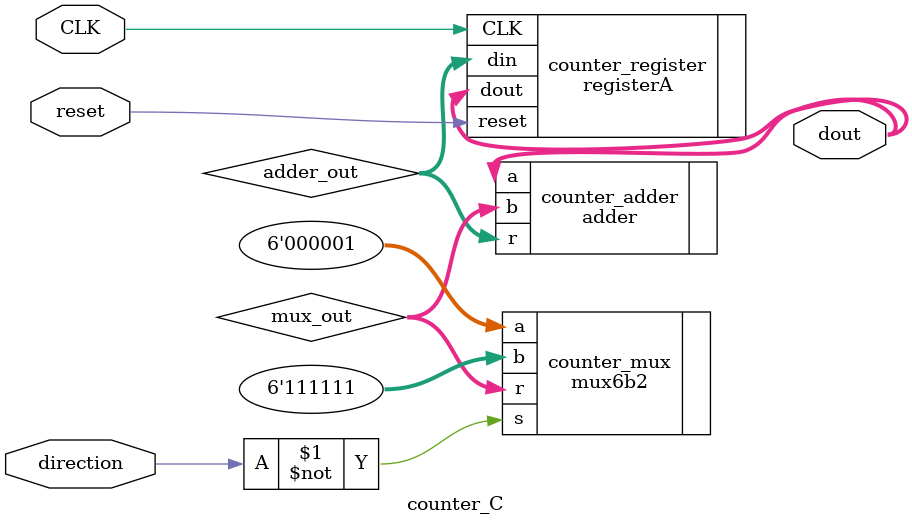
<source format=v>
`timescale 1ns / 1ps
module counter_C(
    input direction,
	 input reset,
    input CLK,
    output [5:0] dout
    );
	 
wire [5:0] adder_out;
wire [5:0] mux_out;

adder counter_adder (
    .a(dout), 
    .b(mux_out),
	 .r(adder_out)
    );
	 
mux6b2 counter_mux (
    .a(6'b000001), 
    .b(6'b111111), 
    .s(~direction), 
    .r(mux_out)
    );

registerA counter_register (
    .din(adder_out),
	 .reset(reset),
    .dout(dout), 
    .CLK(CLK)
    );

endmodule

</source>
